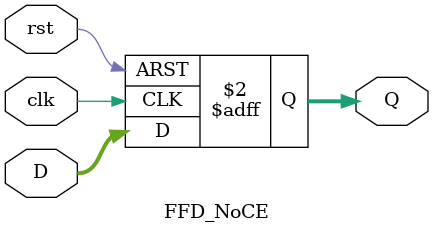
<source format=v>
module FFD_NoCE
	# (parameter W = 16)
	(
		input wire clk, 
		input wire rst, 
		input wire [W-1:0] D, 
		output reg [W-1:0] Q 
    );
	always @(posedge clk, posedge rst)
		if(rst)
			Q <= 0;
		else
			Q <= D;
endmodule
</source>
